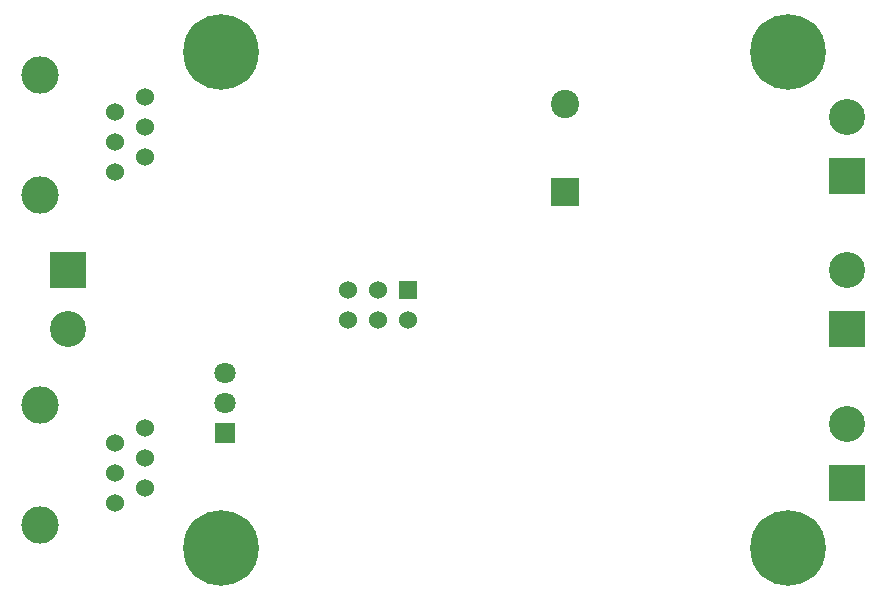
<source format=gbs>
G04 #@! TF.GenerationSoftware,KiCad,Pcbnew,(6.0.7)*
G04 #@! TF.CreationDate,2023-05-29T10:21:20+02:00*
G04 #@! TF.ProjectId,booster,626f6f73-7465-4722-9e6b-696361645f70,rev?*
G04 #@! TF.SameCoordinates,Original*
G04 #@! TF.FileFunction,Soldermask,Bot*
G04 #@! TF.FilePolarity,Negative*
%FSLAX46Y46*%
G04 Gerber Fmt 4.6, Leading zero omitted, Abs format (unit mm)*
G04 Created by KiCad (PCBNEW (6.0.7)) date 2023-05-29 10:21:20*
%MOMM*%
%LPD*%
G01*
G04 APERTURE LIST*
%ADD10C,6.400800*%
%ADD11C,3.048000*%
%ADD12R,3.048000X3.048000*%
%ADD13C,1.800000*%
%ADD14R,1.800000X1.800000*%
%ADD15C,1.524000*%
%ADD16R,1.524000X1.524000*%
%ADD17C,3.169920*%
%ADD18C,2.400000*%
%ADD19R,2.400000X2.400000*%
G04 APERTURE END LIST*
D10*
X123000000Y-146000000D03*
X123000000Y-104000000D03*
D11*
X176000000Y-135500640D03*
D12*
X176000000Y-140499360D03*
D13*
X123300000Y-131200000D03*
X123300000Y-133740000D03*
D14*
X123300000Y-136280000D03*
D15*
X133710000Y-126670000D03*
X133710000Y-124130000D03*
X136250000Y-126670000D03*
X136250000Y-124130000D03*
X138790000Y-126670000D03*
D16*
X138790000Y-124130000D03*
D10*
X171000000Y-146000000D03*
X171000000Y-104000000D03*
D17*
X107650000Y-144080000D03*
X107650000Y-133920000D03*
D15*
X114000000Y-142175000D03*
X116540000Y-140905000D03*
X114000000Y-139635000D03*
X116540000Y-138365000D03*
X114000000Y-137095000D03*
X116540000Y-135825000D03*
D17*
X107650000Y-116080000D03*
X107650000Y-105920000D03*
D15*
X114000000Y-114175000D03*
X116540000Y-112905000D03*
X114000000Y-111635000D03*
X116540000Y-110365000D03*
X114000000Y-109095000D03*
X116540000Y-107825000D03*
D11*
X176000000Y-122500640D03*
D12*
X176000000Y-127499360D03*
D11*
X110000000Y-127499360D03*
D12*
X110000000Y-122500640D03*
D11*
X176000000Y-109500640D03*
D12*
X176000000Y-114499360D03*
D18*
X152150000Y-108400000D03*
D19*
X152150000Y-115900000D03*
M02*

</source>
